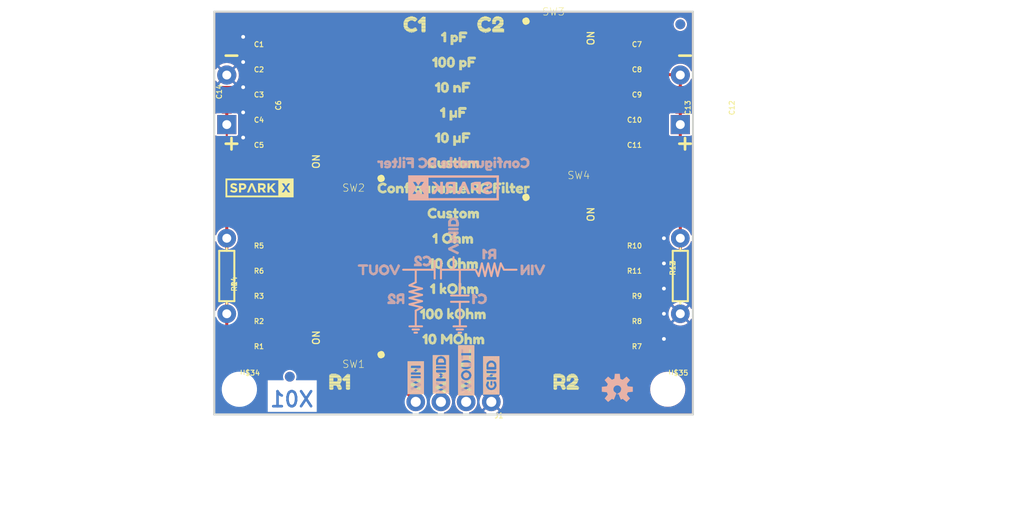
<source format=kicad_pcb>
(kicad_pcb (version 20211014) (generator pcbnew)
  (layers (0 "F.Cu" signal) (31 "B.Cu" signal) (34 "B.Paste" user) (35 "F.Paste" user) (36 "B.SilkS" user "B.Silkscreen") (37 "F.SilkS" user "F.Silkscreen") (38 "B.Mask" user) (39 "F.Mask" user) (44 "Edge.Cuts" user))
  (net 0 "")
  (net 1 "N$1")
  (net 2 "N$2")
  (net 3 "VIN")
  (net 4 "N$4")
  (net 5 "N$5")
  (net 6 "N$6")
  (net 7 "N$7")
  (net 8 "N$3")
  (net 9 "N$8")
  (net 10 "N$9")
  (net 11 "N$10")
  (net 12 "N$11")
  (net 13 "N$12")
  (net 14 "GND")
  (net 15 "VDDA")
  (net 16 "VOUT")
  (net 17 "N$19")
  (net 18 "N$20")
  (net 19 "N$21")
  (net 20 "N$22")
  (net 21 "N$23")
  (net 22 "N$24")
  (net 23 "N$13")
  (net 24 "N$14")
  (net 25 "N$15")
  (net 26 "N$16")
  (net 27 "N$17")
  (net 28 "N$18")
  (footprint "eagleBoard:R12" (layer "F.Cu") (at 134.5311 122.0216)
    (fp_text reference "U$18" hide)
    (fp_text value "" hide)
  )
  (footprint "eagleBoard:VIN1" (layer "F.Cu") (at 144.6911 123.7996 90)
    (fp_text reference "U$7" hide)
    (fp_text value "" hide)
  )
  (footprint "eagleBoard:0603" (layer "F.Cu") (at 167.5511 97.3836 180)
    (fp_text reference "C11" (at 0 -0.762) (layer "F.SilkS") (effects (font (size 0.512064 0.512064) (thickness 0.097536)) (justify right)))
    (fp_text value "10uF")
    (pad "1" smd rect (at -0.85 0 180) (size 1.1 1) (layers "F.Cu" "F.Paste" "F.Mask") (net 16 "VOUT"))
    (pad "2" smd rect (at 0.85 0 180) (size 1.1 1) (layers "F.Cu" "F.Paste" "F.Mask") (net 24 "N$14"))
  )
  (footprint "eagleBoard:1_#F9" (layer "F.Cu") (at 146.2151 94.8436)
    (fp_text reference "U$1" hide)
    (fp_text value "" hide)
  )
  (footprint "eagleBoard:GND0" (layer "F.Cu") (at 152.3111 123.7996 90)
    (fp_text reference "U$5" hide)
    (fp_text value "" hide)
  )
  (footprint "eagleBoard:STAND-OFF-TIGHT" (layer "F.Cu") (at 170.0911 122.7836)
    (fp_text reference "U$35" (at 0 -1.651) (layer "F.SilkS") (effects (font (size 0.512064 0.512064) (thickness 0.097536)) (justify left)))
    (fp_text value "")
    (pad "" np_thru_hole circle (at 0 0) (size 3.048 3.048) (drill 3.048) (layers *.Cu *.Mask))
  )
  (footprint "eagleBoard:C10" (layer "F.Cu") (at 142.0241 85.9536)
    (fp_text reference "U$16" hide)
    (fp_text value "" hide)
  )
  (footprint "eagleBoard:CUSTOM3" (layer "F.Cu") (at 144.9451 105.0036)
    (fp_text reference "U$23" hide)
    (fp_text value "" hide)
  )
  (footprint "eagleBoard:0603" (layer "F.Cu") (at 167.5511 112.6236 180)
    (fp_text reference "R9" (at 0 -0.762) (layer "F.SilkS") (effects (font (size 0.512064 0.512064) (thickness 0.097536)) (justify right)))
    (fp_text value "1k")
    (pad "1" smd rect (at -0.85 0 180) (size 1.1 1) (layers "F.Cu" "F.Paste" "F.Mask") (net 14 "GND"))
    (pad "2" smd rect (at 0.85 0 180) (size 1.1 1) (layers "F.Cu" "F.Paste" "F.Mask") (net 19 "N$21"))
  )
  (footprint "eagleBoard:CPOL-RADIAL-5MM-10MM-NS" (layer "F.Cu") (at 171.3611 93.5736 -90)
    (fp_text reference "C12" (at 0 -5.207 90) (layer "F.SilkS") (effects (font (size 0.512064 0.512064) (thickness 0.097536)) (justify right)))
    (fp_text value "1000UF-RADIAL-5MM-25V-20%-NO-SILK" hide)
    (pad "+" thru_hole rect (at 2.5 0 270) (size 1.9304 1.9304) (drill 0.9) (layers *.Cu *.Mask) (net 23 "N$13"))
    (pad "-" thru_hole circle (at -2.5 0 270) (size 1.9304 1.9304) (drill 0.9) (layers *.Cu *.Mask) (net 16 "VOUT"))
  )
  (footprint "eagleBoard:SPARKX-SMALL" (layer "F.Cu") (at 128.9431 102.4636)
    (fp_text reference "U$36" hide)
    (fp_text value "" hide)
  )
  (footprint "eagleBoard:CONFIGURABLE_RC_FILTER0" (layer "F.Cu") (at 139.9286 102.4636)
    (fp_text reference "U$32" hide)
    (fp_text value "" hide)
  )
  (footprint "eagleBoard:DIPSWITCH-06-SMD" (layer "F.Cu") (at 159.9311 93.5736 -90)
    (fp_text reference "SW3" (at -8.89 2.54) (layer "F.SilkS") (effects (font (size 0.752978 0.752978) (thickness 0.059822)) (justify left)))
    (fp_text value "DIP-06")
    (fp_text user "ON" (at -6.223 -2.413 -90) (layer "F.SilkS") (effects (font (size 0.69088 0.69088) (thickness 0.12192))))
    (pad "1" smd rect (at -6.35 4.3) (size 2.44 1.13) (layers "F.Cu" "F.Paste" "F.Mask") (net 15 "VDDA"))
    (pad "2" smd rect (at -3.81 4.3) (size 2.44 1.13) (layers "F.Cu" "F.Paste" "F.Mask") (net 15 "VDDA"))
    (pad "3" smd rect (at -1.27 4.3) (size 2.44 1.13) (layers "F.Cu" "F.Paste" "F.Mask") (net 15 "VDDA"))
    (pad "4" smd rect (at 1.27 4.3) (size 2.44 1.13) (layers "F.Cu" "F.Paste" "F.Mask") (net 15 "VDDA"))
    (pad "5" smd rect (at 3.81 4.3) (size 2.44 1.13) (layers "F.Cu" "F.Paste" "F.Mask") (net 15 "VDDA"))
    (pad "6" smd rect (at 6.35 4.3) (size 2.44 1.13) (layers "F.Cu" "F.Paste" "F.Mask") (net 15 "VDDA"))
    (pad "7" smd rect (at 6.35 -4.3) (size 2.44 1.13) (layers "F.Cu" "F.Paste" "F.Mask") (net 23 "N$13"))
    (pad "8" smd rect (at 3.81 -4.3) (size 2.44 1.13) (layers "F.Cu" "F.Paste" "F.Mask") (net 24 "N$14"))
    (pad "9" smd rect (at 1.27 -4.3) (size 2.44 1.13) (layers "F.Cu" "F.Paste" "F.Mask") (net 25 "N$15"))
    (pad "10" smd rect (at -1.27 -4.3) (size 2.44 1.13) (layers "F.Cu" "F.Paste" "F.Mask") (net 26 "N$16"))
    (pad "11" smd rect (at -3.81 -4.3) (size 2.44 1.13) (layers "F.Cu" "F.Paste" "F.Mask") (net 27 "N$17"))
    (pad "12" smd rect (at -6.35 -4.3) (size 2.44 1.13) (layers "F.Cu" "F.Paste" "F.Mask") (net 28 "N$18"))
  )
  (footprint "eagleBoard:0603" (layer "F.Cu") (at 167.5511 92.3036 180)
    (fp_text reference "C9" (at 0 -0.762) (layer "F.SilkS") (effects (font (size 0.512064 0.512064) (thickness 0.097536)) (justify right)))
    (fp_text value "10nF")
    (pad "1" smd rect (at -0.85 0 180) (size 1.1 1) (layers "F.Cu" "F.Paste" "F.Mask") (net 16 "VOUT"))
    (pad "2" smd rect (at 0.85 0 180) (size 1.1 1) (layers "F.Cu" "F.Paste" "F.Mask") (net 26 "N$16"))
  )
  (footprint "eagleBoard:10_OHM4" (layer "F.Cu") (at 145.0721 110.0836)
    (fp_text reference "U$14" hide)
    (fp_text value "" hide)
  )
  (footprint "eagleBoard:0603" (layer "F.Cu") (at 129.4511 117.7036 180)
    (fp_text reference "R1" (at 0 -0.762) (layer "F.SilkS") (effects (font (size 0.512064 0.512064) (thickness 0.097536)) (justify right)))
    (fp_text value "10M")
    (pad "1" smd rect (at -0.85 0 180) (size 1.1 1) (layers "F.Cu" "F.Paste" "F.Mask") (net 1 "N$1"))
    (pad "2" smd rect (at 0.85 0 180) (size 1.1 1) (layers "F.Cu" "F.Paste" "F.Mask") (net 15 "VDDA"))
  )
  (footprint "eagleBoard:_1_PF13" (layer "F.Cu") (at 145.9611 87.2236)
    (fp_text reference "U$21" hide)
    (fp_text value "" hide)
  )
  (footprint "eagleBoard:VOUT3" (layer "F.Cu") (at 149.7711 123.9266 90)
    (fp_text reference "U$11" hide)
    (fp_text value "" hide)
  )
  (footprint "eagleBoard:AXIAL-0.3" (layer "F.Cu") (at 125.6411 111.3536 -90)
    (fp_text reference "R4" (at 0 -0.762 90) (layer "F.SilkS") (effects (font (size 0.512064 0.512064) (thickness 0.097536)) (justify right)))
    (fp_text value " ")
    (pad "P$1" thru_hole circle (at -3.81 0 270) (size 1.8796 1.8796) (drill 0.9) (layers *.Cu *.Mask) (net 7 "N$7"))
    (pad "P$2" thru_hole circle (at 3.81 0 270) (size 1.8796 1.8796) (drill 0.9) (layers *.Cu *.Mask) (net 15 "VDDA"))
  )
  (footprint "eagleBoard:_100_PF12" (layer "F.Cu") (at 145.0721 89.7636)
    (fp_text reference "U$22" hide)
    (fp_text value "" hide)
  )
  (footprint "eagleBoard:0603" (layer "F.Cu") (at 129.4511 115.1636 180)
    (fp_text reference "R2" (at 0 -0.762) (layer "F.SilkS") (effects (font (size 0.512064 0.512064) (thickness 0.097536)) (justify right)))
    (fp_text value "100k")
    (pad "1" smd rect (at -0.85 0 180) (size 1.1 1) (layers "F.Cu" "F.Paste" "F.Mask") (net 2 "N$2"))
    (pad "2" smd rect (at 0.85 0 180) (size 1.1 1) (layers "F.Cu" "F.Paste" "F.Mask") (net 15 "VDDA"))
  )
  (footprint "eagleBoard:0603" (layer "F.Cu") (at 129.4511 87.2236 180)
    (fp_text reference "C1" (at 0 -0.762) (layer "F.SilkS") (effects (font (size 0.512064 0.512064) (thickness 0.097536)) (justify right)))
    (fp_text value "1.0pF")
    (pad "1" smd rect (at -0.85 0 180) (size 1.1 1) (layers "F.Cu" "F.Paste" "F.Mask") (net 8 "N$3"))
    (pad "2" smd rect (at 0.85 0 180) (size 1.1 1) (layers "F.Cu" "F.Paste" "F.Mask") (net 14 "GND"))
  )
  (footprint "eagleBoard:1_KOHM7" (layer "F.Cu") (at 145.1991 112.6236)
    (fp_text reference "U$2" hide)
    (fp_text value "" hide)
  )
  (footprint "eagleBoard:0603" (layer "F.Cu") (at 125.6411 93.5736 90)
    (fp_text reference "C14" (at 0 -0.762 90) (layer "F.SilkS") (effects (font (size 0.512064 0.512064) (thickness 0.097536)) (justify left)))
    (fp_text value "")
    (pad "1" smd rect (at -0.85 0 90) (size 1.1 1) (layers "F.Cu" "F.Paste" "F.Mask") (net 13 "N$12"))
    (pad "2" smd rect (at 0.85 0 90) (size 1.1 1) (layers "F.Cu" "F.Paste" "F.Mask") (net 14 "GND"))
  )
  (footprint "eagleBoard:0603" (layer "F.Cu") (at 167.5511 107.5436 180)
    (fp_text reference "R10" (at 0 -0.762) (layer "F.SilkS") (effects (font (size 0.512064 0.512064) (thickness 0.097536)) (justify right)))
    (fp_text value "1")
    (pad "1" smd rect (at -0.85 0 180) (size 1.1 1) (layers "F.Cu" "F.Paste" "F.Mask") (net 14 "GND"))
    (pad "2" smd rect (at 0.85 0 180) (size 1.1 1) (layers "F.Cu" "F.Paste" "F.Mask") (net 21 "N$23"))
  )
  (footprint "eagleBoard:0603" (layer "F.Cu") (at 129.4511 112.6236 180)
    (fp_text reference "R3" (at 0 -0.762) (layer "F.SilkS") (effects (font (size 0.512064 0.512064) (thickness 0.097536)) (justify right)))
    (fp_text value "1k")
    (pad "1" smd rect (at -0.85 0 180) (size 1.1 1) (layers "F.Cu" "F.Paste" "F.Mask") (net 4 "N$4"))
    (pad "2" smd rect (at 0.85 0 180) (size 1.1 1) (layers "F.Cu" "F.Paste" "F.Mask") (net 15 "VDDA"))
  )
  (footprint "eagleBoard:AXIAL-0.3" (layer "F.Cu") (at 171.3611 111.3536 90)
    (fp_text reference "R12" (at 0 -0.762 90) (layer "F.SilkS") (effects (font (size 0.512064 0.512064) (thickness 0.097536)) (justify left)))
    (fp_text value " ")
    (pad "P$1" thru_hole circle (at -3.81 0 90) (size 1.8796 1.8796) (drill 0.9) (layers *.Cu *.Mask) (net 14 "GND"))
    (pad "P$2" thru_hole circle (at 3.81 0 90) (size 1.8796 1.8796) (drill 0.9) (layers *.Cu *.Mask) (net 20 "N$22"))
  )
  (footprint "eagleBoard:0603" (layer "F.Cu") (at 167.5511 110.0836 180)
    (fp_text reference "R11" (at 0 -0.762) (layer "F.SilkS") (effects (font (size 0.512064 0.512064) (thickness 0.097536)) (justify right)))
    (fp_text value "10")
    (pad "1" smd rect (at -0.85 0 180) (size 1.1 1) (layers "F.Cu" "F.Paste" "F.Mask") (net 14 "GND"))
    (pad "2" smd rect (at 0.85 0 180) (size 1.1 1) (layers "F.Cu" "F.Paste" "F.Mask") (net 22 "N$24"))
  )
  (footprint "eagleBoard:0603" (layer "F.Cu") (at 129.4511 94.8436 180)
    (fp_text reference "C4" (at 0 -0.762) (layer "F.SilkS") (effects (font (size 0.512064 0.512064) (thickness 0.097536)) (justify right)))
    (fp_text value "1.0uF")
    (pad "1" smd rect (at -0.85 0 180) (size 1.1 1) (layers "F.Cu" "F.Paste" "F.Mask") (net 11 "N$10"))
    (pad "2" smd rect (at 0.85 0 180) (size 1.1 1) (layers "F.Cu" "F.Paste" "F.Mask") (net 14 "GND"))
  )
  (footprint "eagleBoard:10_NF11" (layer "F.Cu") (at 145.7071 92.3036)
    (fp_text reference "U$13" hide)
    (fp_text value "" hide)
  )
  (footprint "eagleBoard:0603" (layer "F.Cu") (at 129.4511 110.0836 180)
    (fp_text reference "R6" (at 0 -0.762) (layer "F.SilkS") (effects (font (size 0.512064 0.512064) (thickness 0.097536)) (justify right)))
    (fp_text value "10")
    (pad "1" smd rect (at -0.85 0 180) (size 1.1 1) (layers "F.Cu" "F.Paste" "F.Mask") (net 5 "N$5"))
    (pad "2" smd rect (at 0.85 0 180) (size 1.1 1) (layers "F.Cu" "F.Paste" "F.Mask") (net 15 "VDDA"))
  )
  (footprint "eagleBoard:0603" (layer "F.Cu") (at 171.3611 93.5736 -90)
    (fp_text reference "C13" (at 0 -0.762 90) (layer "F.SilkS") (effects (font (size 0.512064 0.512064) (thickness 0.097536)) (justify right)))
    (fp_text value "")
    (pad "1" smd rect (at -0.85 0 270) (size 1.1 1) (layers "F.Cu" "F.Paste" "F.Mask") (net 16 "VOUT"))
    (pad "2" smd rect (at 0.85 0 270) (size 1.1 1) (layers "F.Cu" "F.Paste" "F.Mask") (net 23 "N$13"))
  )
  (footprint "eagleBoard:FIDUCIAL-1X2" (layer "F.Cu") (at 171.3611 85.9536)
    (fp_text reference "FD3" hide)
    (fp_text value "FIDUCIAL1X2" hide)
    (pad "1" smd roundrect (at 0 0) (size 1 1) (layers "F.Cu" "F.Mask") (roundrect_rratio 0.5))
  )
  (footprint "eagleBoard:0603" (layer "F.Cu") (at 129.4511 89.7636 180)
    (fp_text reference "C2" (at 0 -0.762) (layer "F.SilkS") (effects (font (size 0.512064 0.512064) (thickness 0.097536)) (justify right)))
    (fp_text value "100pF")
    (pad "1" smd rect (at -0.85 0 180) (size 1.1 1) (layers "F.Cu" "F.Paste" "F.Mask") (net 9 "N$8"))
    (pad "2" smd rect (at 0.85 0 180) (size 1.1 1) (layers "F.Cu" "F.Paste" "F.Mask") (net 14 "GND"))
  )
  (footprint "eagleBoard:0603" (layer "F.Cu") (at 167.5511 117.7036 180)
    (fp_text reference "R7" (at 0 -0.762) (layer "F.SilkS") (effects (font (size 0.512064 0.512064) (thickness 0.097536)) (justify right)))
    (fp_text value "10M")
    (pad "1" smd rect (at -0.85 0 180) (size 1.1 1) (layers "F.Cu" "F.Paste" "F.Mask") (net 14 "GND"))
    (pad "2" smd rect (at 0.85 0 180) (size 1.1 1) (layers "F.Cu" "F.Paste" "F.Mask") (net 17 "N$19"))
  )
  (footprint "eagleBoard:0603" (layer "F.Cu") (at 129.4511 97.3836 180)
    (fp_text reference "C5" (at 0 -0.762) (layer "F.SilkS") (effects (font (size 0.512064 0.512064) (thickness 0.097536)) (justify right)))
    (fp_text value "10uF")
    (pad "1" smd rect (at -0.85 0 180) (size 1.1 1) (layers "F.Cu" "F.Paste" "F.Mask") (net 12 "N$11"))
    (pad "2" smd rect (at 0.85 0 180) (size 1.1 1) (layers "F.Cu" "F.Paste" "F.Mask") (net 14 "GND"))
  )
  (footprint "eagleBoard:_1_OHM5" (layer "F.Cu") (at 145.0721 107.5436)
    (fp_text reference "U$20" hide)
    (fp_text value "" hide)
  )
  (footprint "eagleBoard:C21" (layer "F.Cu") (at 149.5171 85.9536)
    (fp_text reference "U$17" hide)
    (fp_text value "" hide)
  )
  (footprint "eagleBoard:R23" (layer "F.Cu") (at 157.1371 122.0216)
    (fp_text reference "U$19" hide)
    (fp_text value "" hide)
  )
  (footprint "eagleBoard:VMID3" (layer "F.Cu") (at 147.2311 124.0536 90)
    (fp_text reference "U$9" hide)
    (fp_text value "" hide)
  )
  (footprint "eagleBoard:DIPSWITCH-06-SMD" (layer "F.Cu") (at 159.9311 111.3536 -90)
    (fp_text reference "SW4" (at -10.16 0) (layer "F.SilkS") (effects (font (size 0.752978 0.752978) (thickness 0.059822)) (justify left)))
    (fp_text value "DIP-06")
    (fp_text user "ON" (at -6.223 -2.413 -90) (layer "F.SilkS") (effects (font (size 0.69088 0.69088) (thickness 0.12192))))
    (pad "1" smd rect (at -6.35 4.3) (size 2.44 1.13) (layers "F.Cu" "F.Paste" "F.Mask") (net 16 "VOUT"))
    (pad "2" smd rect (at -3.81 4.3) (size 2.44 1.13) (layers "F.Cu" "F.Paste" "F.Mask") (net 16 "VOUT"))
    (pad "3" smd rect (at -1.27 4.3) (size 2.44 1.13) (layers "F.Cu" "F.Paste" "F.Mask") (net 16 "VOUT"))
    (pad "4" smd rect (at 1.27 4.3) (size 2.44 1.13) (layers "F.Cu" "F.Paste" "F.Mask") (net 16 "VOUT"))
    (pad "5" smd rect (at 3.81 4.3) (size 2.44 1.13) (layers "F.Cu" "F.Paste" "F.Mask") (net 16 "VOUT"))
    (pad "6" smd rect (at 6.35 4.3) (size 2.44 1.13) (layers "F.Cu" "F.Paste" "F.Mask") (net 16 "VOUT"))
    (pad "7" smd rect (at 6.35 -4.3) (size 2.44 1.13) (layers "F.Cu" "F.Paste" "F.Mask") (net 17 "N$19"))
    (pad "8" smd rect (at 3.81 -4.3) (size 2.44 1.13) (layers "F.Cu" "F.Paste" "F.Mask") (net 18 "N$20"))
    (pad "9" smd rect (at 1.27 -4.3) (size 2.44 1.13) (layers "F.Cu" "F.Paste" "F.Mask") (net 19 "N$21"))
    (pad "10" smd rect (at -1.27 -4.3) (size 2.44 1.13) (layers "F.Cu" "F.Paste" "F.Mask") (net 22 "N$24"))
    (pad "11" smd rect (at -3.81 -4.3) (size 2.44 1.13) (layers "F.Cu" "F.Paste" "F.Mask") (net 21 "N$23"))
    (pad "12" smd rect (at -6.35 -4.3) (size 2.44 1.13) (layers "F.Cu" "F.Paste" "F.Mask") (net 20 "N$22"))
  )
  (footprint "eagleBoard:STAND-OFF-TIGHT" (layer "F.Cu") (at 126.9111 122.7836)
    (fp_text reference "U$34" (at 0 -1.651) (layer "F.SilkS") (effects (font (size 0.512064 0.512064) (thickness 0.097536)) (justify left)))
    (fp_text value "")
    (pad "" np_thru_hole circle (at 0 0) (size 3.048 3.048) (drill 3.048) (layers *.Cu *.Mask))
  )
  (footprint "eagleBoard:0603" (layer "F.Cu") (at 167.5511 115.1636 180)
    (fp_text reference "R8" (at 0 -0.762) (layer "F.SilkS") (effects (font (size 0.512064 0.512064) (thickness 0.097536)) (justify right)))
    (fp_text value "100k")
    (pad "1" smd rect (at -0.85 0 180) (size 1.1 1) (layers "F.Cu" "F.Paste" "F.Mask") (net 14 "GND"))
    (pad "2" smd rect (at 0.85 0 180) (size 1.1 1) (layers "F.Cu" "F.Paste" "F.Mask") (net 18 "N$20"))
  )
  (footprint "eagleBoard:DIPSWITCH-06-SMD" (layer "F.Cu") (at 137.0711 111.3536 90)
    (fp_text reference "SW1" (at -8.89 2.54) (layer "F.SilkS") (effects (font (size 0.752978 0.752978) (thickness 0.059822)) (justify right)))
    (fp_text value "DIP-06")
    (fp_text user "ON" (at -6.223 -2.413 90) (layer "F.SilkS") (effects (font (size 0.69088 0.69088) (thickness 0.12192))))
    (pad "1" smd rect (at -6.35 4.3 180) (size 2.44 1.13) (layers "F.Cu" "F.Paste" "F.Mask") (net 3 "VIN"))
    (pad "2" smd rect (at -3.81 4.3 180) (size 2.44 1.13) (layers "F.Cu" "F.Paste" "F.Mask") (net 3 "VIN"))
    (pad "3" smd rect (at -1.27 4.3 180) (size 2.44 1.13) (layers "F.Cu" "F.Paste" "F.Mask") (net 3 "VIN"))
    (pad "4" smd rect (at 1.27 4.3 180) (size 2.44 1.13) (layers "F.Cu" "F.Paste" "F.Mask") (net 3 "VIN"))
    (pad "5" smd rect (at 3.81 4.3 180) (size 2.44 1.13) (layers "F.Cu" "F.Paste" "F.Mask") (net 3 "VIN"))
    (pad "6" smd rect (at 6.35 4.3 180) (size 2.44 1.13) (layers "F.Cu" "F.Paste" "F.Mask") (net 3 "VIN"))
    (pad "7" smd rect (at 6.35 -4.3 180) (size 2.44 1.13) (layers "F.Cu" "F.Paste" "F.Mask") (net 7 "N$7"))
    (pad "8" smd rect (at 3.81 -4.3 180) (size 2.44 1.13) (layers "F.Cu" "F.Paste" "F.Mask") (net 6 "N$6"))
    (pad "9" smd rect (at 1.27 -4.3 180) (size 2.44 1.13) (layers "F.Cu" "F.Paste" "F.Mask") (net 5 "N$5"))
    (pad "10" smd rect (at -1.27 -4.3 180) (size 2.44 1.13) (layers "F.Cu" "F.Paste" "F.Mask") (net 4 "N$4"))
    (pad "11" smd rect (at -3.81 -4.3 180) (size 2.44 1.13) (layers "F.Cu" "F.Paste" "F.Mask") (net 2 "N$2"))
    (pad "12" smd rect (at -6.35 -4.3 180) (size 2.44 1.13) (layers "F.Cu" "F.Paste" "F.Mask") (net 1 "N$1"))
  )
  (footprint "eagleBoard:CREATIVE_COMMONS" (layer "F.Cu") (at 123.1011 134.2136)
    (fp_text reference "FRAME1" hide)
    (fp_text value "FRAME-LETTER" hide)
  )
  (footprint "eagleBoard:0603" (layer "F.Cu") (at 167.5511 87.2236 180)
    (fp_text reference "C7" (at 0 -0.762) (layer "F.SilkS") (effects (font (size 0.512064 0.512064) (thickness 0.097536)) (justify right)))
    (fp_text value "1.0pF")
    (pad "1" smd rect (at -0.85 0 180) (size 1.1 1) (layers "F.Cu" "F.Paste" "F.Mask") (net 16 "VOUT"))
    (pad "2" smd rect (at 0.85 0 180) (size 1.1 1) (layers "F.Cu" "F.Paste" "F.Mask") (net 28 "N$18"))
  )
  (footprint "eagleBoard:0603" (layer "F.Cu") (at 129.4511 107.5436 180)
    (fp_text reference "R5" (at 0 -0.762) (layer "F.SilkS") (effects (font (size 0.512064 0.512064) (thickness 0.097536)) (justify right)))
    (fp_text value "1")
    (pad "1" smd rect (at -0.85 0 180) (size 1.1 1) (layers "F.Cu" "F.Paste" "F.Mask") (net 6 "N$6"))
    (pad "2" smd rect (at 0.85 0 180) (size 1.1 1) (layers "F.Cu" "F.Paste" "F.Mask") (net 15 "VDDA"))
  )
  (footprint "eagleBoard:CPOL-RADIAL-5MM-10MM-NS" (layer "F.Cu") (at 125.6411 93.5736 -90)
    (fp_text reference "C6" (at 0 -5.207 90) (layer "F.SilkS") (effects (font (size 0.512064 0.512064) (thickness 0.097536)) (justify right)))
    (fp_text value "1000UF-RADIAL-5MM-25V-20%-NO-SILK" hide)
    (pad "+" thru_hole rect (at 2.5 0 270) (size 1.9304 1.9304) (drill 0.9) (layers *.Cu *.Mask) (net 13 "N$12"))
    (pad "-" thru_hole circle (at -2.5 0 270) (size 1.9304 1.9304) (drill 0.9) (layers *.Cu *.Mask) (net 14 "GND"))
  )
  (footprint "eagleBoard:0603" (layer "F.Cu") (at 125.6411 111.3536 -90)
    (fp_text reference "R14" (at 0 -0.762 90) (layer "F.SilkS") (effects (font (size 0.512064 0.512064) (thickness 0.097536)) (justify right)))
    (fp_text value " ")
    (pad "1" smd rect (at -0.85 0 270) (size 1.1 1) (layers "F.Cu" "F.Paste" "F.Mask") (net 7 "N$7"))
    (pad "2" smd rect (at 0.85 0 270) (size 1.1 1) (layers "F.Cu" "F.Paste" "F.Mask") (net 15 "VDDA"))
  )
  (footprint "eagleBoard:0603" (layer "F.Cu") (at 171.3611 111.3536 90)
    (fp_text reference "R13" (at 0 -0.762 90) (layer "F.SilkS") (effects (font (size 0.512064 0.512064) (thickness 0.097536)) (justify left)))
    (fp_text value " ")
    (pad "1" smd rect (at -0.85 0 90) (size 1.1 1) (layers "F.Cu" "F.Paste" "F.Mask") (net 14 "GND"))
    (pad "2" smd rect (at 0.85 0 90) (size 1.1 1) (layers "F.Cu" "F.Paste" "F.Mask") (net 20 "N$22"))
  )
  (footprint "eagleBoard:0603" (layer "F.Cu") (at 129.4511 92.3036 180)
    (fp_text reference "C3" (at 0 -0.762) (layer "F.SilkS") (effects (font (size 0.512064 0.512064) (thickness 0.097536)) (justify right)))
    (fp_text value "10nF")
    (pad "1" smd rect (at -0.85 0 180) (size 1.1 1) (layers "F.Cu" "F.Paste" "F.Mask") (net 10 "N$9"))
    (pad "2" smd rect (at 0.85 0 180) (size 1.1 1) (layers "F.Cu" "F.Paste" "F.Mask") (net 14 "GND"))
  )
  (footprint "eagleBoard:FIDUCIAL-1X2" (layer "F.Cu") (at 131.9911 121.5136)
    (fp_text reference "FD1" hide)
    (fp_text value "FIDUCIAL1X2" hide)
    (pad "1" smd roundrect (at 0 0) (size 1 1) (layers "F.Cu" "F.Mask") (roundrect_rratio 0.5))
  )
  (footprint "eagleBoard:100_KOHM10" (layer "F.Cu") (at 144.1831 115.1636)
    (fp_text reference "U$15" hide)
    (fp_text value "" hide)
  )
  (footprint "eagleBoard:DIPSWITCH-06-SMD" (layer "F.Cu") (at 137.0711 93.5736 90)
    (fp_text reference "SW2" (at -8.89 2.54) (layer "F.SilkS") (effects (font (size 0.752978 0.752978) (thickness 0.059822)) (justify right)))
    (fp_text value "DIP-06")
    (fp_text user "ON" (at -6.223 -2.413 90) (layer "F.SilkS") (effects (font (size 0.69088 0.69088) (thickness 0.12192))))
    (pad "1" smd rect (at -6.35 4.3 180) (size 2.44 1.13) (layers "F.Cu" "F.Paste" "F.Mask") (net 15 "VDDA"))
    (pad "2" smd rect (at -3.81 4.3 180) (size 2.44 1.13) (layers "F.Cu" "F.Paste" "F.Mask") (net 15 "VDDA"))
    (pad "3" smd rect (at -1.27 4.3 180) (size 2.44 1.13) (layers "F.Cu" "F.Paste" "F.Mask") (net 15 "VDDA"))
    (pad "4" smd rect (at 1.27 4.3 180) (size 2.44 1.13) (layers "F.Cu" "F.Paste" "F.Mask") (net 15 "VDDA"))
    (pad "5" smd rect (at 3.81 4.3 180) (size 2.44 1.13) (layers "F.Cu" "F.Paste" "F.Mask") (net 15 "VDDA"))
    (pad "6" smd rect (at 6.35 4.3 180) (size 2.44 1.13) (layers "F.Cu" "F.Paste" "F.Mask") (net 15 "VDDA"))
    (pad "7" smd rect (at 6.35 -4.3 180) (size 2.44 1.13) (layers "F.Cu" "F.Paste" "F.Mask") (net 8 "N$3"))
    (pad "8" smd rect (at 3.81 -4.3 180) (size 2.44 1.13) (layers "F.Cu" "F.Paste" "F.Mask") (net 9 "N$8"))
    (pad "9" smd rect (at 1.27 -4.3 180) (size 2.44 1.13) (layers "F.Cu" "F.Paste" "F.Mask") (net 10 "N$9"))
    (pad "10" smd rect (at -1.27 -4.3 180) (size 2.44 1.13) (layers "F.Cu" "F.Paste" "F.Mask") (net 11 "N$10"))
    (pad "11" smd rect (at -3.81 -4.3 180) (size 2.44 1.13) (layers "F.Cu" "F.Paste" "F.Mask") (net 12 "N$11"))
    (pad "12" smd rect (at -6.35 -4.3 180) (size 2.44 1.13) (layers "F.Cu" "F.Paste" "F.Mask") (net 13 "N$12"))
  )
  (footprint "eagleBoard:0603" (layer "F.Cu") (at 167.5511 94.8436 180)
    (fp_text reference "C10" (at 0 -0.762) (layer "F.SilkS") (effects (font (size 0.512064 0.512064) (thickness 0.097536)) (justify right)))
    (fp_text value "1.0uF")
    (pad "1" smd rect (at -0.85 0 180) (size 1.1 1) (layers "F.Cu" "F.Paste" "F.Mask") (net 16 "VOUT"))
    (pad "2" smd rect (at 0.85 0 180) (size 1.1 1) (layers "F.Cu" "F.Paste" "F.Mask") (net 25 "N$15"))
  )
  (footprint "eagleBoard:10_MOHM6" (layer "F.Cu") (at 144.4371 117.7036)
    (fp_text reference "U$4" hide)
    (fp_text value "" hide)
  )
  (footprint "eagleBoard:1X04_NO_SILK" (layer "F.Cu") (at 152.3111 124.0536 180)
    (fp_text reference "J1" (at -1.27 -1.397) (layer "F.SilkS") (effects (font (size 0.512064 0.512064) (thickness 0.097536)) (justify right)))
    (fp_text value "")
    (pad "1" thru_hole circle (at 0 0 270) (size 1.8796 1.8796) (drill 1.016) (layers *.Cu *.Mask) (net 14 "GND"))
    (pad "2" thru_hole circle (at 2.54 0 270) (size 1.8796 1.8796) (drill 1.016) (layers *.Cu *.Mask) (net 16 "VOUT"))
    (pad "3" thru_hole circle (at 5.08 0 270) (size 1.8796 1.8796) (drill 1.016) (layers *.Cu *.Mask) (net 15 "VDDA"))
    (pad "4" thru_hole circle (at 7.62 0 270) (size 1.8796 1.8796) (drill 1.016) (layers *.Cu *.Mask) (net 3 "VIN"))
  )
  (footprint "eagleBoard:0603" (layer "F.Cu") (at 167.5511 89.7636 180)
    (fp_text reference "C8" (at 0 -0.762) (layer "F.SilkS") (effects (font (size 0.512064 0.512064) (thickness 0.097536)) (justify right)))
    (fp_text value "100pF")
    (pad "1" smd rect (at -0.85 0 180) (size 1.1 1) (layers "F.Cu" "F.Paste" "F.Mask") (net 16 "VOUT"))
    (pad "2" smd rect (at 0.85 0 180) (size 1.1 1) (layers "F.Cu" "F.Paste" "F.Mask") (net 27 "N$17"))
  )
  (footprint "eagleBoard:10_#F8" (layer "F.Cu") (at 145.7071 97.3836)
    (fp_text reference "U$3" hide)
    (fp_text value "" hide)
  )
  (footprint "eagleBoard:CUSTOM3" (layer "F.Cu") (at 144.9451 99.9236)
    (fp_text reference "U$24" hide)
    (fp_text value "" hide)
  )
  (footprint "eagleBoard:CONFIGURABLE_RC_FILTER0" (layer "B.Cu") (at 157.0736 99.9236 180)
    (fp_text reference "U$33" hide)
    (fp_text value "" hide)
  )
  (footprint "eagleBoard:R23" (layer "B.Cu") (at 144.5006 113.6396 180)
    (fp_text reference "U$28" hide)
    (fp_text value "" hide)
  )
  (footprint "eagleBoard:C11" (layer "B.Cu") (at 152.8191 113.6396 180)
    (fp_text reference "U$25" hide)
    (fp_text value "" hide)
  )
  (footprint "eagleBoard:VMID5" (layer "B.Cu") (at 148.5011 110.0836 90)
    (fp_text reference "U$30" hide)
    (fp_text value "" hide)
  )
  (footprint "eagleBoard:VOUT6" (layer "B.Cu") (at 144.0561 110.7186 180)
    (fp_text reference "U$31" hide)
    (fp_text value "" hide)
  )
  (footprint "eagleBoard:VOUT3" (layer "B.Cu") (at 149.7711 123.9266 90)
    (fp_text reference "U$12" hide)
    (fp_text value "" hide)
  )
  (footprint "eagleBoard:GND0" (layer "B.Cu") (at 152.3111 123.7996 90)
    (fp_text reference "U$6" hide)
    (fp_text value "" hide)
  )
  (footprint "eagleBoard:FIDUCIAL-1X2" (layer "B.Cu") (at 171.3611 85.9536 180)
    (fp_text reference "FD4" hide)
    (fp_text value "FIDUCIAL1X2" hide)
    (pad "1" smd roundrect (at 0 0 180) (size 1 1) (layers "B.Cu" "B.Mask") (roundrect_rratio 0.5))
  )
  (footprint "eagleBoard:VIN4" (layer "B.Cu") (at 158.6611 110.7186 180)
    (fp_text reference "U$29" hide)
    (fp_text value "" hide)
  )
  (footprint "eagleBoard:VIN1" (layer "B.Cu") (at 144.6911 123.7996 90)
    (fp_text reference "U$8" hide)
    (fp_text value "" hide)
  )
  (footprint "eagleBoard:R12" (layer "B.Cu") (at 153.7716 109.1311 180)
    (fp_text reference "U$27" hide)
    (fp_text value "" hide)
  )
  (footprint "eagleBoard:VMID3" (layer "B.Cu") (at 147.2311 124.0536 90)
    (fp_text reference "U$10" hide)
    (fp_text value "" hide)
  )
  (footprint "eagleBoard:FIDUCIAL-1X2" (layer "B.Cu") (at 131.9911 121.5136 180)
    (fp_text reference "FD2" hide)
    (fp_text value "FIDUCIAL1X2" hide)
    (pad "1" smd roundrect (at 0 0 180) (size 1 1) (layers "B.Cu" "B.Mask") (roundrect_rratio 0.5))
  )
  (footprint "eagleBoard:OSHW-LOGO-S" (layer "B.Cu") (at 165.0111 122.7836 180)
    (fp_text reference "LOGO1" hide)
    (fp_text value "OSHW-LOGOS" hide)
  )
  (footprint "eagleBoard:C20" (layer "B.Cu") (at 147.2311 109.8296 180)
    (fp_text reference "U$26" hide)
    (fp_text value "" hide)
  )
  (footprint "eagleBoard:SPARKX-MEDIUM" (layer "B.Cu") (at 148.5011 102.4636 180)
    (fp_text reference "U$37" hide)
    (fp_text value "" hide)
  )
  (gr_line (start 147.2311 110.7186) (end 147.2311 111.6076) (layer "B.SilkS") (width 0.2032))
  (gr_line (start 151.9936 110.0836) (end 151.6761 111.3536) (layer "B.SilkS") (width 0.2032))
  (gr_line (start 144.6911 110.7186) (end 146.5961 110.7186) (layer "B.SilkS") (width 0.2032))
  (gr_line (start 153.2636 110.0836) (end 152.9461 111.3536) (layer "B.SilkS") (width 0.2032))
  (gr_line (start 144.0561 114.2111) (end 145.3261 114.5286) (layer "B.SilkS") (width 0.2032))
  (gr_line (start 144.0561 112.3061) (end 145.3261 112.6236) (layer "B.SilkS") (width 0.2032))
  (gr_line (start 153.5811 110.7186) (end 153.2636 110.0836) (layer "B.SilkS") (width 0.2032))
  (gr_line (start 144.6911 116.4336) (end 144.0561 116.4336) (layer "B.SilkS") (width 0.2032))
  (gr_line (start 150.0251 113.9571) (end 149.1361 113.9571) (layer "B.SilkS") (width 0.2032))
  (gr_line (start 149.1361 113.9571) (end 148.2471 113.9571) (layer "B.SilkS") (width 0.2032))
  (gr_line (start 145.3261 114.5286) (end 144.6911 114.8461) (layer "B.SilkS") (width 0.2032))
  (gr_line (start 151.3586 110.0836) (end 151.0411 111.3536) (layer "B.SilkS") (width 0.2032))
  (gr_line (start 145.3261 112.6236) (end 144.0561 112.9411) (layer "B.SilkS") (width 0.2032))
  (gr_line (start 144.8181 117.0686) (end 144.5641 117.0686) (layer "B.SilkS") (width 0.2032))
  (gr_line (start 148.5011 110.7186) (end 148.5011 109.4486) (layer "B.SilkS") (width 0.2032))
  (gr_line (start 152.9461 111.3536) (end 152.6286 110.0836) (layer "B.SilkS") (width 0.2032))
  (gr_line (start 151.6761 111.3536) (end 151.3586 110.0836) (layer "B.SilkS") (width 0.2032))
  (gr_line (start 152.3111 111.3536) (end 151.9936 110.0836) (layer "B.SilkS") (width 0.2032))
  (gr_line (start 150.7236 110.7186) (end 149.1361 110.7186) (layer "B.SilkS") (width 0.2032))
  (gr_line (start 144.6911 110.7186) (end 144.6911 111.9886) (layer "B.SilkS") (width 0.2032))
  (gr_line (start 152.6286 110.0836) (end 152.3111 111.3536) (layer "B.SilkS") (width 0.2032))
  (gr_line (start 154.8511 110.7186) (end 153.5811 110.7186) (layer "B.SilkS") (width 0.2032))
  (gr_line (start 144.6911 114.8461) (end 144.6911 116.4336) (layer "B.SilkS") (width 0.2032))
  (gr_line (start 149.4536 116.7511) (end 148.8186 116.7511) (layer "B.SilkS") (width 0.2032))
  (gr_line (start 149.1361 113.9571) (end 149.1361 116.4336) (layer "B.SilkS") (width 0.2032))
  (gr_line (start 149.1361 116.4336) (end 149.7711 116.4336) (layer "B.SilkS") (width 0.2032))
  (gr_line (start 145.0086 116.7511) (end 144.3736 116.7511) (layer "B.SilkS") (width 0.2032))
  (gr_line (start 145.3261 113.8936) (end 144.0561 114.2111) (layer "B.SilkS") (width 0.2032))
  (gr_line (start 146.5961 109.8296) (end 146.5961 111.6076) (layer "B.SilkS") (width 0.2032))
  (gr_line (start 150.0251 113.3221) (end 148.2471 113.3221) (layer "B.SilkS") (width 0.2032))
  (gr_line (start 149.1361 110.7186) (end 149.1361 113.3221) (layer "B.SilkS") (width 0.2032))
  (gr_line (start 147.2311 109.8296) (end 147.2311 110.7186) (layer "B.SilkS") (width 0.2032))
  (gr_line (start 144.6911 110.7186) (end 143.4211 110.7186) (layer "B.SilkS") (width 0.2032))
  (gr_line (start 149.2631 117.0686) (end 149.0091 117.0686) (layer "B.SilkS") (width 0.2032))
  (gr_line (start 144.0561 112.9411) (end 145.3261 113.2586) (layer "B.SilkS") (width 0.2032))
  (gr_line (start 148.5011 110.7186) (end 149.1361 110.7186) (layer "B.SilkS") (width 0.2032))
  (gr_line (start 151.0411 111.3536) (end 150.7236 110.7186) (layer "B.SilkS") (width 0.2032))
  (gr_line (start 147.2311 110.7186) (end 148.5011 110.7186) (layer "B.SilkS") (width 0.2032))
  (gr_line (start 149.1361 116.4336) (end 148.5011 116.4336) (layer "B.SilkS") (width 0.2032))
  (gr_line (start 145.3261 113.2586) (end 144.0561 113.5761) (layer "B.SilkS") (width 0.2032))
  (gr_line (start 144.0561 113.5761) (end 145.3261 113.8936) (layer "B.SilkS") (width 0.2032))
  (gr_line (start 144.6911 116.4336) (end 145.3261 116.4336) (layer "B.SilkS") (width 0.2032))
  (gr_line (start 144.6911 111.9886) (end 144.0561 112.3061) (layer "B.SilkS") (width 0.2032))
  (gr_line (start 124.3711 125.3236) (end 172.6311 125.3236) (layer "Edge.Cuts") (width 0.2032))
  (gr_line (start 172.6311 125.3236) (end 172.6311 84.6836) (layer "Edge.Cuts") (width 0.2032))
  (gr_line (start 124.3811 84.6836) (end 124.3711 125.3236) (layer "Edge.Cuts") (width 0.2032))
  (gr_line (start 172.6311 84.6836) (end 124.3811 84.6836) (layer "Edge.Cuts") (width 0.2032))
  (gr_text "X01" (at 134.5311 124.6886) (layer "B.Cu") (effects (font (size 1.5113 1.5113) (thickness 0.2667)) (justify left bottom mirror)))
  (gr_text "-" (at 170.7261 89.8906) (layer "F.SilkS") (effects (font (size 1.5113 1.5113) (thickness 0.2667)) (justify left bottom)))
  (gr_text "+" (at 125.0061 98.7806) (layer "F.SilkS") (effects (font (size 1.5113 1.5113) (thickness 0.2667)) (justify left bottom)))
  (gr_text "+" (at 170.7261 98.7806) (layer "F.SilkS") (effects (font (size 1.5113 1.5113) (thickness 0.2667)) (justify left bottom)))
  (gr_text "-" (at 125.0061 89.8906) (layer "F.SilkS") (effects (font (size 1.5113 1.5113) (thickness 0.2667)) (justify left bottom)))
  (segment (start 130.3011 117.7036) (end 132.7711 117.7036) (width 0.3048) (layer "F.Cu") (net 1))
  (segment (start 130.3011 115.1636) (end 132.7711 115.1636) (width 0.3048) (layer "F.Cu") (net 2))
  (segment (start 143.4211 110.0836) (end 143.4211 112.6236) (width 0.3048) (layer "F.Cu") (net 3))
  (segment (start 141.3711 115.1636) (end 143.4211 115.1636) (width 0.3048) (layer "F.Cu") (net 3))
  (segment (start 141.3711 112.6236) (end 143.4211 112.6236) (width 0.3048) (layer "F.Cu") (net 3))
  (segment (start 143.4211 110.0836) (end 143.4211 107.5436) (width 0.3048) (layer "F.Cu") (net 3))
  (segment (start 141.3711 110.0836) (end 143.4211 110.0836) (width 0.3048) (layer "F.Cu") (net 3))
  (segment (start 143.4211 112.6236) (end 143.4211 115.1636) (width 0.3048) (layer "F.Cu") (net 3))
  (segment (start 142.7861 105.0036) (end 141.3711 105.0036) (width 0.3048) (layer "F.Cu") (net 3))
  (segment (start 143.4211 122.7836) (end 144.6911 124.0536) (width 0.3048) (layer "F.Cu") (net 3))
  (segment (start 143.4211 107.5436) (end 143.4211 105.6386) (width 0.3048) (layer "F.Cu") (net 3))
  (segment (start 141.3711 117.7036) (end 143.4211 117.7036) (width 0.3048) (layer "F.Cu") (net 3))
  (segment (start 141.3711 107.5436) (end 143.4211 107.5436) (width 0.3048) (layer "F.Cu") (net 3))
  (segment (start 143.4211 115.1636) (end 143.4211 117.7036) (width 0.3048) (layer "F.Cu") (net 3))
  (segment (start 143.4211 117.7036) (end 143.4211 122.7836) (width 0.3048) (layer "F.Cu") (net 3))
  (segment (start 143.4211 105.6386) (end 142.7861 105.0036) (width 0.3048) (layer "F.Cu") (net 3))
  (segment (start 130.3011 112.6236) (end 132.7711 112.6236) (width 0.3048) (layer "F.Cu") (net 4))
  (segment (start 130.3011 110.0836) (end 132.7711 110.0836) (width 0.3048) (layer "F.Cu") (net 5))
  (segment (start 130.3011 107.5436) (end 132.7711 107.5436) (width 0.3048) (layer "F.Cu") (net 6))
  (segment (start 132.7711 105.0036) (end 126.9111 105.0036) (width 0.3048) (layer "F.Cu") (net 7))
  (segment (start 126.9111 105.0036) (end 125.6411 106.2736) (width 0.3048) (layer "F.Cu") (net 7))
  (segment (start 125.6411 107.5436) (end 125.6411 110.5036) (width 0.3048) (layer "F.Cu") (net 7))
  (segment (start 125.6411 106.2736) (end 125.6411 107.5436) (width 0.3048) (layer "F.Cu") (net 7))
  (segment (start 132.7711 87.2236) (end 130.3011 87.2236) (width 0.3048) (layer "F.Cu") (net 8))
  (segment (start 130.3011 89.7636) (end 132.7711 89.7636) (width 0.3048) (layer "F.Cu") (net 9))
  (segment (start 130.3011 92.3036) (end 132.7711 92.3036) (width 0.3048) (layer "F.Cu") (net 10))
  (segment (start 130.3011 94.8436) (end 132.7711 94.8436) (width 0.3048) (layer "F.Cu") (net 11))
  (segment (start 130.3011 97.3836) (end 132.7711 97.3836) (width 0.3048) (layer "F.Cu") (net 12))
  (segment (start 125.6411 98.6536) (end 126.9111 99.9236) (width 0.2032) (layer "F.Cu") (net 13))
  (segment (start 125.6411 96.0736) (end 125.6411 94.4236) (width 0.3048) (layer "F.Cu") (net 13))
  (segment (start 125.6411 96.0736) (end 125.6411 98.6536) (width 0.2032) (layer "F.Cu") (net 13))
  (segment (start 126.9111 99.9236) (end 132.7711 99.9236) (width 0.2032) (layer "F.Cu") (net 13))
  (via (at 169.7101 117.7036) (size 0.7366) (drill 0.381) (layers "F.Cu" "B.Cu") (net 14))
  (via (at 127.2921 87.2236) (size 0.7366) (drill 0.381) (layers "F.Cu" "B.Cu") (net 14))
  (via (at 127.2921 89.7636) (size 0.7366) (drill 0.381) (layers "F.Cu" "B.Cu") (net 14))
  (via (at 127.2921 92.3036) (size 0.7366) (drill 0.381) (layers "F.Cu" "B.Cu") (net 14))
  (via (at 127.2921 94.8436) (size 0.7366) (drill 0.381) (layers "F.Cu" "B.Cu") (net 14))
  (via (at 169.7101 112.6236) (size 0.7366) (drill 0.381) (layers "F.Cu" "B.Cu") (net 14))
  (via (at 169.7101 107.5436) (size 0.7366) (drill 0.381) (layers "F.Cu" "B.Cu") (net 14))
  (via (at 169.7101 110.0836) (size 0.7366) (drill 0.381) (layers "F.Cu" "B.Cu") (net 14))
  (via (at 127.2921 97.3836) (size 0.7366) (drill 0.381) (layers "F.Cu" "B.Cu") (net 14))
  (via (at 169.7101 115.1636) (size 0.7366) (drill 0.381) (layers "F.Cu" "B.Cu") (net 14))
  (segment (start 153.5811 89.7636) (end 153.5811 87.6046) (width 0.3048) (layer "F.Cu") (net 15))
  (segment (start 127.5461 107.5436) (end 127.1651 107.9246) (width 0.3048) (layer "F.Cu") (net 15))
  (segment (start 127.1651 117.7036) (end 128.6011 117.7036) (width 0.3048) (layer "F.Cu") (net 15))
  (segment (start 127.1651 107.9246) (end 127.1651 110.0836) (width 0.3048) (layer "F.Cu") (net 15))
  (segment (start 153.5811 99.9236) (end 153.5811 97.3836) (width 0.3048) (layer "F.Cu") (net 15))
  (segment (start 155.6311 94.8436) (end 153.5811 94.8436) (width 0.3048) (layer "F.Cu") (net 15))
  (segment (start 125.6411 115.1636) (end 125.6411 118.9736) (width 0.3048) (layer "F.Cu") (net 15))
  (segment (start 128.6011 112.6236) (end 127.1651 112.6236) (width 0.3048) (layer "F.Cu") (net 15))
  (segment (start 143.4211 89.7636) (end 143.4211 92.3036) (width 0.3048) (layer "F.Cu") (net 15))
  (segment (start 153.5811 94.8436) (end 153.5811 92.3036) (width 0.3048) (layer "F.Cu") (net 15))
  (segment (start 143.4211 87.6046) (end 143.4211 89.7636) (width 0.3048) (layer "F.Cu") (net 15))
  (segment (start 138.9761 100.9396) (end 139.9921 99.9236) (width 0.3048) (layer "F.Cu") (net 15))
  (segment (start 141.3711 94.8436) (end 143.4211 94.8436) (width 0.3048) (layer "F.Cu") (net 15))
  (segment (start 141.3711 97.3836) (end 143.4211 97.3836) (width 0.3048) (layer "F.Cu") (net 15))
  (segment (start 155.6311 92.3036) (end 153.5811 92.3036) (width 0.3048) (layer "F.Cu") (net 15))
  (segment (start 125.6411 112.2036) (end 125.6411 115.1636) (width 0.3048) (layer "F.Cu") (net 15))
  (segment (start 144.6911 99.9236) (end 144.6911 118.9736) (width 0.3048) (layer "F.Cu") (net 15))
  (segment (start 126.2761 119.6086) (end 127.1651 119.6086) (width 0.3048) (layer "F.Cu") (net 15))
  (segment (start 127.1651 117.7036) (end 127.1651 119.6086) (width 0.3048) (layer "F.Cu") (net 15))
  (segment (start 153.9621 87.2236) (end 153.5811 87.6046) (width 0.3048) (layer "F.Cu") (net 15))
  (segment (start 143.4211 97.3836) (end 143.4211 99.9236) (width 0.3048) (layer "F.Cu") (net 15))
  (segment (start 155.6311 99.9236) (end 153.5811 99.9236) (width 0.3048) (layer "F.Cu") (net 15))
  (segment (start 153.5811 92.3036) (end 153.5811 89.7636) (width 0.3048) (layer "F.Cu") (net 15))
  (segment (start 128.6011 115.1636) (end 127.1651 115.1636) (width 0.3048) (layer "F.Cu") (net 15))
  (segment (start 128.6011 107.5436) (end 127.5461 107.5436) (width 0.3048) (layer "F.Cu") (net 15))
  (segment (start 147.2311 121.5136) (end 144.6911 118.9736) (width 0.3048) (layer "F.Cu") (net 15))
  (segment (start 127.1651 110.0836) (end 127.1651 112.6236) (width 0.3048) (layer "F.Cu") (net 15))
  (segment (start 127.1651 115.1636) (end 127.1651 117.7036) (width 0.3048) (layer "F.Cu") (net 15))
  (segment (start 138.9761 117.9576) (end 138.9761 100.9396) (width 0.3048) (layer "F.Cu") (net 15))
  (segment (start 141.3711 92.3036) (end 143.4211 92.3036) (width 0.3048) (layer "F.Cu") (net 15))
  (segment (start 143.4211 99.9236) (end 144.6911 99.9236) (width 0.3048) (layer "F.Cu") (net 15))
  (segment (start 143.4211 94.8436) (end 143.4211 97.3836) (width 0.3048) (layer "F.Cu") (net 15))
  (segment (start 153.5811 97.3836) (end 153.5811 94.8436) (width 0.3048) (layer "F.Cu") (net 15))
  (segment (start 127.1651 119.6086) (end 137.3251 119.6086) (width 0.3048) (layer "F.Cu") (net 15))
  (segment (start 147.2311 124.0536) (end 147.2311 121.5136) (width 0.3048) (layer "F.Cu") (net 15))
  (segment (start 155.6311 89.7636) (end 153.5811 89.7636) (width 0.3048) (layer "F.Cu") (net 15))
  (segment (start 141.3711 87.2236) (end 143.0401 87.2236) (width 0.3048) (layer "F.Cu") (net 15))
  (segment (start 155.6311 97.3836) (end 153.5811 97.3836) (width 0.3048) (layer "F.Cu") (net 15))
  (segment (start 141.3711 99.9236) (end 143.4211 99.9236) (width 0.3048) (layer "F.Cu") (net 15))
  (segment (start 143.4211 92.3036) (end 143.4211 94.8436) (width 0.3048) (layer "F.Cu") (net 15))
  (segment (start 125.6411 118.9736) (end 126.2761 119.6086) (width 0.3048) (layer "F.Cu") (net 15))
  (segment (start 127.1651 112.6236) (end 127.1651 115.1636) (width 0.3048) (layer "F.Cu") (net 15))
  (segment (start 141.3711 89.7636) (end 143.4211 89.7636) (width 0.3048) (layer "F.Cu") (net 15))
  (segment (start 155.6311 87.2236) (end 153.9621 87.2236) (width 0.3048) (layer "F.Cu") (net 15))
  (segment (start 143.0401 87.2236) (end 143.4211 87.6046) (width 0.3048) (layer "F.Cu") (net 15))
  (segment (start 128.6011 110.0836) (end 127.1651 110.0836) (width 0.3048) (layer "F.Cu") (net 15))
  (segment (start 153.5811 99.9236) (end 144.6911 99.9236) (width 0.3048) (layer "F.Cu") (net 15))
  (segment (start 139.9921 99.9236) (end 141.3711 99.9236) (width 0.3048) (layer "F.Cu") (net 15))
  (segment (start 137.3251 119.6086) (end 138.9761 117.9576) (width 0.3048) (layer "F.Cu") (net 15))
  (segment (start 149.7711 124.0536) (end 149.7711 116.4336) (width 0.3048) (layer "F.Cu") (net 16))
  (segment (start 168.4011 97.3836) (end 169.2021 97.3836) (width 0.3048) (layer "F.Cu") (net 16))
  (segment (start 153.5811 103.7336) (end 154.8511 102.4636) (width 0.3048) (layer "F.Cu") (net 16))
  (segment (start 169.5831 94.8436) (end 169.5831 92.3036) (width 0.3048) (layer "F.Cu") (net 16))
  (segment (start 168.4011 87.2236) (end 169.5831 87.2236) (width 0.3048) (layer "F.Cu") (net 16))
  (segment (start 169.2021 97.3836) (end 169.5831 97.0026) (width 0.3048) (layer "F.Cu") (net 16))
  (segment (start 171.3611 91.0736) (end 171.3211 91.0336) (width 0.3048) (layer "F.Cu") (net 16))
  (segment (start 155.6311 107.5436) (end 153.5811 107.5436) (width 0.3048) (layer "F.Cu") (net 16))
  (segment (start 159.9311 101.1936) (end 159.9311 87.2236) (width 0.3048) (layer "F.Cu") (net 16))
  (segment (start 150.4061 115.7986) (end 153.5811 115.7986) (width 0.3048) (layer "F.Cu") (net 16))
  (segment (start 168.8211 85.9536) (end 161.2011 85.9536) (width 0.3048) (layer "F.Cu") (net 16))
  (segment (start 168.4011 94.8436) (end 169.5831 94.8436) (width 0.3048) (layer "F.Cu") (net 16))
  (segment (start 169.5831 86.7156) (end 168.8211 85.9536) (width 0.3048) (layer "F.Cu") (net 16))
  (segment (start 153.5811 107.5436) (end 153.5811 110.0836) (width 0.3048) (layer "F.Cu") (net 16))
  (segment (start 158.6611 102.4636) (end 159.9311 101.1936) (width 0.3048) (layer "F.Cu") (net 16))
  (segment (start 153.5811 115.1636) (end 153.5811 115.7986) (width 0.3048) (layer "F.Cu") (net 16))
  (segment (start 153.5811 112.6236) (end 153.5811 115.1636) (width 0.3048) (layer "F.Cu") (net 16))
  (segment (start 169.5831 97.0026) (end 169.5831 94.8436) (width 0.3048) (layer "F.Cu") (net 16))
  (segment (start 153.5811 105.0036) (end 153.5811 107.5436) (width 0.3048) (layer "F.Cu") (net 16))
  (segment (start 168.4011 92.3036) (end 169.5831 92.3036) (width 0.3048) (layer "F.Cu") (net 16))
  (segment (start 155.6311 112.6236) (end 153.5811 112.6236) (width 0.3048) (layer "F.Cu") (net 16))
  (segment (start 154.0891 117.7036) (end 153.5811 117.1956) (width 0.3048) (layer "F.Cu") (net 16))
  (segment (start 169.5831 91.0336) (end 169.5831 89.7636) (width 0.3048) (layer "F.Cu") (net 16))
  (segment (start 153.5811 110.0836) (end 153.5811 112.6236) (width 0.3048) (layer "F.Cu") (net 16))
  (segment (start 155.6311 117.7036) (end 154.0891 117.7036) (width 0.3048) (layer "F.Cu") (net 16))
  (segment (start 169.5831 87.2236) (end 169.5831 86.7156) (width 0.3048) (layer "F.Cu") (net 16))
  (segment (start 169.5831 89.7636) (end 169.5831 87.2236) (width 0.3048) (layer "F.Cu") (net 16))
  (segment (start 169.5831 92.3036) (end 169.5831 91.0336) (width 0.3048) (layer "F.Cu") (net 16))
  (segment (start 155.6311 110.0836) (end 153.5811 110.0836) (width 0.3048) (layer "F.Cu") (net 16))
  (segment (start 153.5811 103.7336) (end 153.5811 105.0036) (width 0.3048) (layer "F.Cu") (net 16))
  (segment (start 154.8511 102.4636) (end 158.6611 102.4636) (width 0.3048) (layer "F.Cu") (net 16))
  (segment (start 155.6311 105.0036) (end 153.5811 105.0036) (width 0.3048) (layer "F.Cu") (net 16))
  (segment (start 155.6311 115.1636) (end 153.5811 115.1636) (width 0.3048) (layer "F.Cu") (net 16))
  (segment (start 149.7711 116.4336) (end 150.4061 115.7986) (width 0.3048) (layer "F.Cu") (net 16))
  (segment (start 153.5811 117.1956) (end 153.5811 115.7986) (width 0.3048) (layer "F.Cu") (net 16))
  (segment (start 161.2011 85.9536) (end 159.9311 87.2236) (width 0.3048) (layer "F.Cu") (net 16))
  (segment (start 171.3211 91.0336) (end 169.5831 91.0336) (width 0.3048) (layer "F.Cu") (net 16))
  (segment (start 168.4011 89.7636) (end 169.5831 89.7636) (width 0.3048) (layer "F.Cu") (net 16))
  (segment (start 171.3611 92.7236) (end 171.3611 91.0736) (width 0.3048) (layer "F.Cu") (net 16))
  (segment (start 164.2311 117.7036) (end 166.7011 117.7036) (width 0.3048) (layer "F.Cu") (net 17))
  (segment (start 166.7011 115.1636) (end 164.2311 115.1636) (width 0.3048) (layer "F.Cu") (net 18))
  (segment (start 164.2311 112.6236) (end 166.7011 112.6236) (width 0.3048) (layer "F.Cu") (net 19))
  (segment (start 170.0911 105.0036) (end 171.3611 106.2736) (width 0.3048) (layer "F.Cu") (net 20))
  (segment (start 171.3611 106.2736) (end 171.3611 107.5436) (width 0.3048) (layer "F.Cu") (net 20))
  (segment (start 164.2311 105.0036) (end 170.0911 105.0036) (width 0.3048) (layer "F.Cu") (net 20))
  (segment (start 171.3611 107.5436) (end 171.3611 110.5036) (width 0.3048) (layer "F.Cu") (net 20))
  (segment (start 166.7011 107.5436) (end 164.2311 107.5436) (width 0.3048) (layer "F.Cu") (net 21))
  (segment (start 164.2311 110.0836) (end 166.7011 110.0836) (width 0.3048) (layer "F.Cu") (net 22))
  (segment (start 170.0911 99.9236) (end 171.3611 98.6536) (width 0.3048) (layer "F.Cu") (net 23))
  (segment (start 171.3611 98.6536) (end 171.3611 96.0736) (width 0.3048) (layer "F.Cu") (net 23))
  (segment (start 164.2311 99.9236) (end 170.0911 99.9236) (width 0.3048) (layer "F.Cu") (net 23))
  (segment (start 171.3611 96.0736) (end 171.3611 94.4236) (width 0.3048) (layer "F.Cu") (net 23))
  (segment (start 164.2311 97.3836) (end 166.7011 97.3836) (width 0.3048) (layer "F.Cu") (net 24))
  (segment (start 166.7011 94.8436) (end 164.2311 94.8436) (width 0.3048) (layer "F.Cu") (net 25))
  (segment (start 164.2311 92.3036) (end 166.7011 92.3036) (width 0.3048) (layer "F.Cu") (net 26))
  (segment (start 164.2311 89.7636) (end 166.7011 89.7636) (width 0.3048) (layer "F.Cu") (net 27))
  (segment (start 166.7011 87.2236) (end 164.2311 87.2236) (width 0.3048) (layer "F.Cu") (net 28))
  (zone (net 14) (net_name "GND") (layer "F.Cu") (priority 6) (connect_pads (clearance 0.000001)) (min_thickness 0.1016) (fill yes (thermal_gap 0.2532) (thermal_bridge_width 0.2532))
    (polygon (pts (xy 172.7327 125.4252) (xy 124.2695 125.4252) (xy 124.2695 84.582) (xy 172.7327 84.582)))
  )
  (zone (net 14) (net_name "GND") (layer "B.Cu") (priority 6) (connect_pads (clearance 0.000001)) (min_thickness 0.1016) (fill yes (thermal_gap 0.2532) (thermal_bridge_width 0.2532))
    (polygon (pts (xy 172.7327 125.4252) (xy 124.2695 125.4252) (xy 124.2695 84.582) (xy 172.7327 84.582)))
  )
)
</source>
